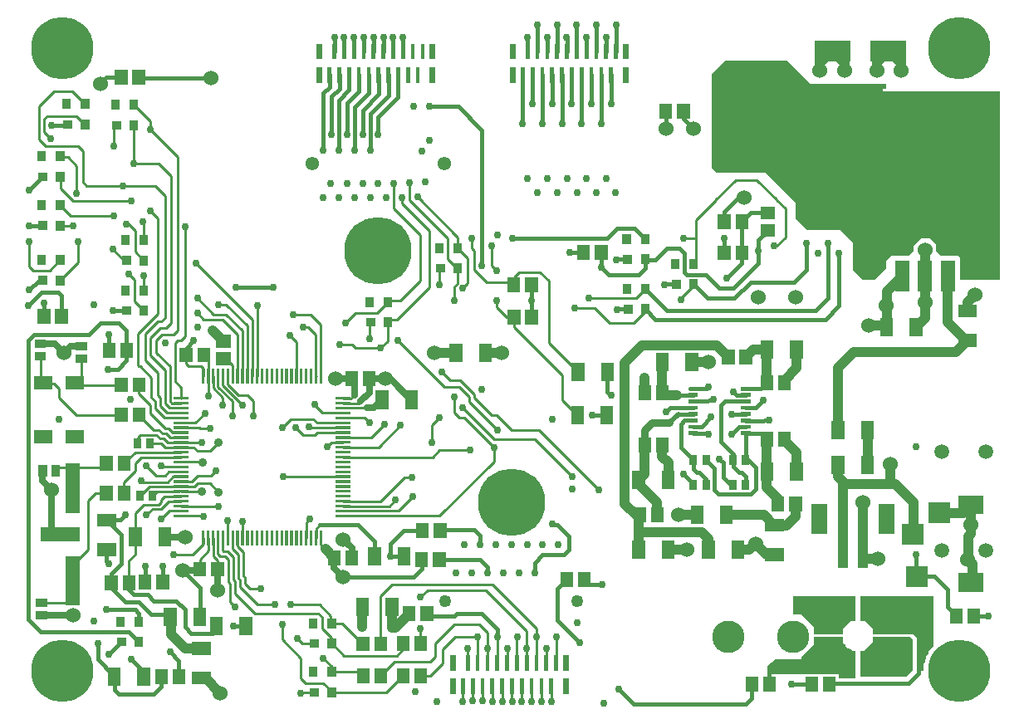
<source format=gbr>
G04 start of page 2 for group 0 idx 1 *
G04 Title: (unknown), 1top *
G04 Creator: pcb 20110918 *
G04 CreationDate: Fri Feb 21 23:26:37 2014 UTC *
G04 For: fosse *
G04 Format: Gerber/RS-274X *
G04 PCB-Dimensions: 550000 350000 *
G04 PCB-Coordinate-Origin: lower left *
%MOIN*%
%FSLAX25Y25*%
%LNTOP*%
%ADD55C,0.0433*%
%ADD54C,0.0945*%
%ADD53C,0.1090*%
%ADD52C,0.1150*%
%ADD51C,0.0354*%
%ADD50C,0.1160*%
%ADD49C,0.0350*%
%ADD48C,0.0360*%
%ADD47C,0.0600*%
%ADD46R,0.1400X0.1400*%
%ADD45R,0.0560X0.0560*%
%ADD44R,0.0807X0.0807*%
%ADD43R,0.4400X0.4400*%
%ADD42R,0.1220X0.1220*%
%ADD41R,0.0748X0.0748*%
%ADD40R,0.0827X0.0827*%
%ADD39R,0.0394X0.0394*%
%ADD38R,0.0433X0.0433*%
%ADD37R,0.0433X0.0433*%
%ADD36R,0.0236X0.0236*%
%ADD35R,0.0157X0.0157*%
%ADD34R,0.0158X0.0158*%
%ADD33C,0.0160*%
%ADD32R,0.0160X0.0160*%
%ADD31R,0.0630X0.0630*%
%ADD30R,0.0295X0.0295*%
%ADD29R,0.0590X0.0590*%
%ADD28R,0.0591X0.0591*%
%ADD27R,0.0110X0.0110*%
%ADD26R,0.0345X0.0345*%
%ADD25R,0.0512X0.0512*%
%ADD24R,0.0340X0.0340*%
%ADD23C,0.0591*%
%ADD22C,0.2500*%
%ADD21C,0.0494*%
%ADD20C,0.1300*%
%ADD19C,0.0544*%
%ADD18C,0.2700*%
%ADD17C,0.0200*%
%ADD16C,0.0300*%
%ADD15C,0.0250*%
%ADD14C,0.0400*%
%ADD13C,0.0100*%
%ADD12C,0.0150*%
%ADD11C,0.0001*%
G54D11*G36*
X390000Y274000D02*X390500D01*
Y271991D01*
X387843Y271991D01*
X387690Y271954D01*
X387545Y271894D01*
X387410Y271812D01*
X387291Y271709D01*
X387188Y271590D01*
X387106Y271455D01*
X387046Y271310D01*
X387009Y271157D01*
X387000Y271000D01*
X387009Y226843D01*
X387046Y226690D01*
X387106Y226545D01*
X387188Y226410D01*
X387291Y226291D01*
X387410Y226188D01*
X387545Y226106D01*
X387690Y226046D01*
X387843Y226009D01*
X388000Y226000D01*
X390500Y226000D01*
Y219507D01*
X390474Y219529D01*
X390138Y219734D01*
X389775Y219885D01*
X389392Y219977D01*
X389000Y220008D01*
X388608Y219977D01*
X388225Y219885D01*
X387862Y219734D01*
X387526Y219529D01*
X387227Y219273D01*
X386971Y218974D01*
X386766Y218638D01*
X386615Y218275D01*
X386523Y217892D01*
X386492Y217500D01*
X386523Y217108D01*
X386615Y216725D01*
X386766Y216362D01*
X386971Y216026D01*
X387227Y215727D01*
X387526Y215471D01*
X387862Y215266D01*
X388225Y215115D01*
X388608Y215023D01*
X389000Y214992D01*
X389392Y215023D01*
X389775Y215115D01*
X390138Y215266D01*
X390474Y215471D01*
X390500Y215493D01*
Y200000D01*
X386000Y195500D01*
X381000D01*
X377000Y199500D01*
Y210500D01*
X372000Y215500D01*
X358500D01*
X354000Y220000D01*
Y226500D01*
X342000Y238500D01*
X322500D01*
X320500Y240500D01*
Y278000D01*
X326000Y283500D01*
X350500D01*
X360000Y274000D01*
X390000D01*
G37*
G36*
X385000D02*X389000D01*
Y230500D01*
X385000D01*
Y274000D01*
G37*
G36*
Y52000D02*X400000D01*
X401000Y51000D01*
Y38500D01*
X398500Y36000D01*
X380000D01*
Y46500D01*
X381500D01*
X385000Y50000D01*
Y52000D01*
G37*
G36*
X373000Y53000D02*X361500D01*
Y56000D01*
X356500Y61000D01*
X353000D01*
Y68500D01*
X378000D01*
Y58500D01*
X376000D01*
X373000Y55500D01*
Y53000D01*
G37*
G36*
X385000D02*Y55500D01*
X382000Y58500D01*
X380000D01*
Y68500D01*
X409500D01*
Y48500D01*
X407500Y46500D01*
Y45500D01*
X406500Y44500D01*
Y43500D01*
X406000Y43000D01*
Y42000D01*
X405500Y41500D01*
Y38500D01*
X403500D01*
Y51000D01*
X401500Y53000D01*
X385000D01*
G37*
G36*
X390500Y41000D02*Y47000D01*
X396500D01*
Y41000D01*
X390500D01*
G37*
G36*
Y47000D01*
X396500D01*
Y41000D01*
X390500D01*
G37*
G36*
X378000Y46500D02*Y35500D01*
X371500D01*
Y37000D01*
X343500D01*
Y40000D01*
X346000Y42500D01*
X356500D01*
Y44000D01*
X361500Y49000D01*
Y52000D01*
X373000D01*
Y49500D01*
X373500D01*
Y49000D01*
X374000D01*
Y48500D01*
X375000Y47500D01*
X375500D01*
X376000Y47000D01*
X376500D01*
X377000Y46500D01*
X378000D01*
G37*
G36*
X385000Y234500D02*X426000D01*
Y212000D01*
X385000D01*
Y234500D01*
G37*
G36*
X393902Y226001D02*X393914Y215065D01*
X393969Y214835D01*
X394059Y214617D01*
X394183Y214416D01*
X394336Y214236D01*
X394516Y214083D01*
X394717Y213959D01*
X394935Y213869D01*
X395165Y213814D01*
X395400Y213800D01*
X416835Y213814D01*
X417065Y213869D01*
X417283Y213959D01*
X417484Y214083D01*
X417664Y214236D01*
X417817Y214416D01*
X417941Y214617D01*
X418031Y214835D01*
X418086Y215065D01*
X418100Y215300D01*
X418088Y226006D01*
X421001Y226006D01*
X421003Y219952D01*
X420725Y219885D01*
X420362Y219734D01*
X420026Y219529D01*
X419727Y219273D01*
X419471Y218974D01*
X419266Y218638D01*
X419115Y218275D01*
X419023Y217892D01*
X418992Y217500D01*
X419023Y217108D01*
X419115Y216725D01*
X419266Y216362D01*
X419471Y216026D01*
X419727Y215727D01*
X420026Y215471D01*
X420362Y215266D01*
X420725Y215115D01*
X421004Y215048D01*
X421009Y196991D01*
X420500Y197500D01*
Y204000D01*
X419500Y205000D01*
X412500D01*
X410500Y207000D01*
Y209500D01*
X407000Y213000D01*
X405500D01*
X401500Y209000D01*
Y207000D01*
X399500Y205000D01*
X392500D01*
X389500Y202000D01*
Y215049D01*
X389775Y215115D01*
X390138Y215266D01*
X390474Y215471D01*
X390773Y215727D01*
X391029Y216026D01*
X391234Y216362D01*
X391385Y216725D01*
X391477Y217108D01*
X391500Y217500D01*
X391477Y217892D01*
X391385Y218275D01*
X391234Y218638D01*
X391029Y218974D01*
X390773Y219273D01*
X390474Y219529D01*
X390138Y219734D01*
X389775Y219885D01*
X389500Y219951D01*
Y226000D01*
X393902Y226001D01*
G37*
G36*
X420000Y213000D02*X423000D01*
Y195500D01*
X420000D01*
Y213000D01*
G37*
G54D12*X106543Y36000D02*Y42457D01*
X92405Y38095D02*X87500Y43000D01*
X92405Y36000D02*Y38095D01*
X74000Y43000D02*X80500Y36500D01*
X74000Y49500D02*Y43000D01*
X99500Y35957D02*X99457Y36000D01*
X99500Y32000D02*Y35957D01*
X96500Y29000D02*X99500Y32000D01*
X82500Y29000D02*X96500D01*
X80750Y30750D02*X82500Y29000D01*
X80750Y36250D02*Y30750D01*
X80500Y36500D02*X81000D01*
G54D13*X155500Y35500D02*Y43500D01*
X157500Y33500D02*X155500Y35500D01*
G54D14*X103298Y59798D02*Y53202D01*
G54D12*X120000Y53500D02*X121595Y56500D01*
X109000Y56000D02*X111500Y53500D01*
X109000Y63000D02*Y56000D01*
X102095Y61000D02*X103095Y60000D01*
X105500Y66500D02*X109000Y63000D01*
X96500Y66500D02*X105500D01*
X94000Y69000D02*X96500Y66500D01*
X95500Y61000D02*X102095D01*
X90500Y66000D02*X95500Y61000D01*
X114905Y71835D02*X108000Y78740D01*
X114905Y60000D02*Y71835D01*
G54D15*X114910Y78740D02*X107910D01*
X121910D02*Y70740D01*
G54D13*Y79326D02*X121996Y79240D01*
G54D12*X90500Y58368D02*X90360Y58228D01*
X86388Y54000D02*X90360Y50028D01*
X90500Y61500D02*Y58368D01*
X93000Y74086D02*X92914Y74000D01*
X93000Y80500D02*Y74086D01*
X92914Y80414D02*X93000Y80500D01*
X100000Y74000D02*Y80500D01*
X89000Y63000D02*X90500Y61500D01*
X83500Y50000D02*X78500Y45000D01*
X51000Y54000D02*X86388D01*
X46000Y59000D02*X51000Y54000D01*
G54D15*X63851Y60681D02*X63910Y60740D01*
X51410Y60681D02*X63851D01*
G54D13*X51469Y65740D02*X63410D01*
X51410Y65799D02*X51469Y65740D01*
X133000Y73500D02*X135000Y71500D01*
X133000Y76000D02*Y73500D01*
X132500Y76500D02*X133000Y76000D01*
X132500Y86000D02*Y76500D01*
X130067Y88433D02*X132500Y86000D01*
G54D12*X128500Y56500D02*X133405D01*
G54D13*X127000Y66000D02*X129000Y64000D01*
X127000Y73500D02*Y66000D01*
X135000Y71500D02*X139500D01*
X138000Y65000D02*X145000D01*
X131000Y72000D02*X138000Y65000D01*
X121910Y82740D02*Y79326D01*
X120225Y84425D02*X121910Y82740D01*
X114910Y83240D02*Y79240D01*
X118256Y86586D02*X114910Y83240D01*
G54D14*X115405Y47500D02*X115500Y47405D01*
X116905Y35595D02*X123000Y29500D01*
X115500Y35595D02*X116905D01*
X109000Y47500D02*X115405D01*
X103298Y53202D02*X109000Y47500D01*
G54D12*X111500Y53500D02*X120000D01*
X106543Y42457D02*X103000Y46000D01*
G54D13*X148000Y51000D02*X155500Y43500D01*
X148000Y57000D02*Y51000D01*
X155800Y29800D02*X155500Y29500D01*
X160950Y29800D02*X155800D01*
X156200Y49300D02*X154000Y51500D01*
X160500Y49300D02*X156200D01*
X151500Y65000D02*X163000D01*
X164500Y33500D02*X157500D01*
X157626Y98126D02*X159000Y99500D01*
X161563Y95563D02*X163000Y97000D01*
X161563Y91681D02*Y95563D01*
X157626Y91681D02*Y98126D01*
X148634Y116366D02*X148500Y116500D01*
X172469Y116366D02*X148634D01*
G54D15*X168867Y83740D02*Y79783D01*
G54D13*X163532Y89075D02*X168867Y83740D01*
X163532Y91681D02*Y89075D01*
X131000Y75000D02*Y72000D01*
X137000Y61500D02*X129000Y69500D01*
X162500Y61500D02*X137000D01*
X129000Y74500D02*Y69500D01*
X104036Y116366D02*X101910Y114240D01*
X107351Y116366D02*X104036D01*
X107099Y112429D02*X94599D01*
X90910Y108858D02*X90851Y108799D01*
X93410Y111240D02*X90910Y108858D01*
X94599Y112429D02*X93410Y111240D01*
X97690Y110520D02*X95969Y108799D01*
X106689Y110461D02*X97690Y110520D01*
X107351Y110461D02*X115689D01*
X107351Y114398D02*X111568D01*
X107351Y112429D02*X112599D01*
X118910Y113740D02*X122410Y110240D01*
X113910Y113740D02*X118910D01*
X112599Y112429D02*X113910Y113740D01*
G54D12*X196800Y94800D02*X191500Y89500D01*
X211543Y95000D02*X211343Y94800D01*
G54D13*X194586Y102586D02*X200500Y108500D01*
X172469Y124240D02*X208260D01*
X197000Y116000D02*X200000D01*
X187523Y106523D02*X197000Y116000D01*
X172469Y100618D02*X211118D01*
X172469Y102586D02*X194586D01*
X191055Y104555D02*X193500Y107000D01*
X172469Y104555D02*X191055D01*
X172469Y106523D02*X187523D01*
G54D15*X175953Y83740D02*Y87697D01*
G54D12*X227500Y83000D02*X230500Y80000D01*
G54D13*X239910Y107240D02*Y105240D01*
X240910Y106240D02*X238910D01*
G54D12*X211043Y83000D02*X227500D01*
X225000Y95000D02*X211543D01*
X227310Y92690D02*X225000Y95000D01*
X227310Y89140D02*Y92690D01*
G54D13*X211118Y100618D02*X233000Y122500D01*
X249500Y131500D02*X264500Y116500D01*
X275000Y111000D02*X251000Y135000D01*
X240000D02*X234000Y141000D01*
X251000Y135000D02*X240000D01*
X249500Y131500D02*X233000D01*
X260500Y147000D02*X266500Y141000D01*
X211000Y127000D02*X223500D01*
X233000Y122500D02*Y128000D01*
X221000Y140000D02*X233000Y128000D01*
X219000Y140000D02*X221000D01*
X217000Y142000D02*X219000Y140000D01*
X217000Y148500D02*Y142000D01*
X225000Y149500D02*X219500Y155000D01*
X223000Y148500D02*X219000Y152500D01*
X223000Y146500D02*Y148500D01*
X225000Y148000D02*Y149500D01*
X232000Y141000D02*X225000Y148000D01*
X234000Y141000D02*X232000D01*
X215500Y155000D02*X212000Y158500D01*
X219500Y155000D02*X215500D01*
X219000Y152500D02*X213000D01*
G54D14*X217690Y166000D02*X209000D01*
G54D13*X234500Y135000D02*X223000Y146500D01*
X233000Y131500D02*X220500Y144000D01*
X260500Y157000D02*Y147000D01*
X241000Y176500D02*X260500Y157000D01*
X255000Y170190D02*X266690Y158500D01*
X265500Y184000D02*X273500D01*
G54D12*X204000Y82957D02*X203957Y83000D01*
X204000Y79500D02*Y82957D01*
X200740Y76240D02*X204000Y79500D01*
X196905Y84500D02*X191500D01*
G54D14*X193362Y55905D02*X198957Y61500D01*
X192095Y55905D02*X193362D01*
X192095Y56000D02*Y63905D01*
G54D12*X172410Y76240D02*X200740D01*
X191500Y89500D02*Y84500D01*
G54D14*X168867Y83740D02*X165304Y87304D01*
G54D12*X185000Y84595D02*X185095Y84500D01*
G54D15*X168867Y79783D02*X172410Y76240D01*
G54D13*X167900Y57500D02*X172107D01*
X187500Y68500D02*Y49287D01*
X192000Y73000D02*X187500Y68500D01*
G54D12*X185000Y90500D02*Y84595D01*
X178500Y97000D02*X185000Y90500D01*
X163000Y97000D02*X178500D01*
G54D15*X175953Y87697D02*X172410Y91240D01*
G54D14*X180095Y56000D02*Y63905D01*
G54D13*X172107Y57500D02*X180367Y49240D01*
X164000Y60000D02*X162500Y61500D01*
X167500Y58000D02*X168000Y57500D01*
X167500Y60500D02*Y58000D01*
X163000Y65000D02*X167500Y60500D01*
X164000Y55500D02*Y60000D01*
X167850Y51650D02*X164000Y55500D01*
X167850Y49350D02*Y51650D01*
X167900Y40100D02*X164500Y43500D01*
X168000Y30000D02*X164500Y33500D01*
X168000Y29800D02*Y30000D01*
X172700Y44500D02*X167900Y49300D01*
G54D12*X204257Y94800D02*X196800D01*
G54D13*X213000Y152500D02*X194500Y171000D01*
X208240Y124240D02*X211000Y127000D01*
X208000Y137000D02*X211000Y140000D01*
X208000Y130000D02*Y137000D01*
X183614Y132114D02*X189000Y137500D01*
X186677Y128177D02*X195500Y137000D01*
G54D15*X184690Y143925D02*X188005Y147240D01*
X191315Y155740D02*X199815Y147240D01*
G54D13*X176000Y169500D02*X171000D01*
X177500Y168000D02*X176000Y169500D01*
X187500Y168000D02*X177500D01*
X190300Y170800D02*X187500Y168000D01*
X190300Y178200D02*Y170800D01*
X183000Y171800D02*Y177850D01*
X177500Y182000D02*X185900D01*
X173500Y178000D02*X177500Y182000D01*
X230000Y194500D02*X239957D01*
G54D14*X229500Y166000D02*X235500D01*
G54D13*X225000Y199500D02*X230000Y194500D01*
X217000Y187000D02*Y192500D01*
X220500Y192000D02*X222500Y194000D01*
X217000Y192500D02*X218500Y194000D01*
X225000Y207000D02*Y199500D01*
X224000Y208000D02*X225000Y207000D01*
X222500Y204000D02*X218500Y208000D01*
Y208300D02*X218400Y208200D01*
X218500Y212500D02*Y208300D01*
X222500Y194000D02*Y204000D01*
X214500Y203900D02*X218500Y199900D01*
Y194000D02*Y199900D01*
X211000Y199550D02*X211450Y200000D01*
X211000Y193500D02*Y199550D01*
X214500Y212000D02*Y203900D01*
X186500Y208000D02*Y206000D01*
X187500Y207000D02*X185500D01*
X191600Y179500D02*X194000D01*
X191600D02*X190400Y178300D01*
X190900Y187000D02*X190400Y186500D01*
X185900Y182000D02*X189950Y186050D01*
X194000Y179500D02*X207000Y192500D01*
X195500Y187000D02*X190900D01*
X203500Y195000D02*X195500Y187000D01*
X203500Y213500D02*Y195000D01*
X192799Y224201D02*X203500Y213500D01*
X192799Y225000D02*Y224201D01*
X195950Y226050D02*X207000Y215000D01*
X195950Y228550D02*Y226050D01*
X192799Y234201D02*Y224799D01*
X199099Y227401D02*X214500Y212000D01*
X202248Y228752D02*X218500Y212500D01*
X199099Y234401D02*Y227401D01*
X172469Y132114D02*X183614D01*
X172469Y128177D02*X186677D01*
X172481Y140000D02*X172469Y139988D01*
X181000Y140000D02*X172481D01*
X183000Y138000D02*X181000Y140000D01*
G54D15*X181910Y143925D02*X184690D01*
G54D13*X172469D02*X182095D01*
G54D15*X182910Y155740D02*X191315D01*
X182910Y155697D02*X182953Y155740D01*
X182910Y150240D02*Y155697D01*
X176910Y154697D02*X176138Y155468D01*
X176910Y149240D02*Y154697D01*
X175867Y155740D02*X169410D01*
G54D13*X176910Y154697D02*X175867Y155740D01*
X178563Y145893D02*X179410Y146740D01*
X172469Y145893D02*X178563D01*
G54D15*X179410Y146740D02*X182910Y150240D01*
G54D13*X175532Y147862D02*X176910Y149240D01*
X172469Y147862D02*X175532D01*
X203500Y49543D02*X204000Y49043D01*
X203500Y55500D02*Y49543D01*
X206250Y70750D02*X203500Y68000D01*
X209000Y70750D02*X206250D01*
G54D12*X207043Y60500D02*X206043Y61500D01*
G54D13*X203500Y49543D02*X203543Y49500D01*
G54D12*X217000Y60500D02*X207043D01*
X218000Y61500D02*X217000Y60500D01*
G54D13*Y57000D02*X209500Y49500D01*
X217440Y51940D02*X212500Y47000D01*
X167900Y38000D02*Y40100D01*
Y29800D02*X189757D01*
X178957Y38000D02*X180457Y36500D01*
X167900Y38000D02*X178957D01*
X189757Y29800D02*X196457Y36500D01*
X194000Y44500D02*X172700D01*
X193043Y42000D02*X187543Y36500D01*
X196457Y46957D02*X194000Y44500D01*
X196457Y49500D02*Y46957D01*
X207500Y42000D02*X193043D01*
X209500Y44000D02*X207500Y42000D01*
X209500Y49500D02*Y44000D01*
X187500Y49287D02*X187453Y49240D01*
X207500Y36500D02*X203543D01*
X212500Y41500D02*X207500Y36500D01*
X212500Y47000D02*Y41500D01*
G54D12*X230500Y77830D02*X230410Y77740D01*
X230500Y80000D02*Y77830D01*
G54D13*X229750Y70750D02*X208750D01*
X232500Y73000D02*X192000D01*
X246102Y54398D02*X229750Y70750D01*
X250110Y55390D02*X232500Y73000D01*
G54D12*X228000Y61500D02*X218000D01*
X234291Y55209D02*X228000Y61500D01*
G54D13*X227000Y57000D02*X217000D01*
X226410Y51940D02*X217440D01*
X230354Y47384D02*X230410Y47440D01*
X230354Y53646D02*X227000Y57000D01*
X230354Y47354D02*Y53646D01*
X226417Y41694D02*Y51933D01*
X230354Y41694D02*Y47384D01*
X226417Y51933D02*X226410Y51940D01*
X222480Y47370D02*X222410Y47440D01*
X222480Y41694D02*Y47370D01*
G54D12*X234291Y52000D02*Y55209D01*
G54D13*X246102Y47398D02*Y54398D01*
Y47432D02*X246110Y47440D01*
X242165Y51895D02*X242210Y51940D01*
X238228Y47422D02*X238210Y47440D01*
X234291Y51821D02*X234410Y51940D01*
X257913Y51843D02*X258010Y51940D01*
X250039Y51869D02*X250110Y51940D01*
X257913Y41695D02*Y51843D01*
X253976Y47406D02*X254010Y47440D01*
X253976Y41695D02*Y47406D01*
X250039Y41695D02*Y51869D01*
X246102Y41695D02*Y47432D01*
X242165Y41695D02*Y51895D01*
X238228Y41694D02*Y47422D01*
X234291Y41694D02*Y51821D01*
X244134Y26264D02*X244110Y26240D01*
X244134Y32246D02*Y26264D01*
X240197Y26253D02*X240210Y26240D01*
X240197Y32246D02*Y26253D01*
X236260Y26290D02*X236210Y26240D01*
X236260Y32246D02*Y26290D01*
X232323Y26327D02*X232410Y26240D01*
X232323Y32246D02*Y26327D01*
X228386Y26264D02*X228410Y26240D01*
X228386Y32246D02*Y26264D01*
X224449Y26279D02*X224410Y26240D01*
X220512Y26342D02*X220410Y26240D01*
X224449Y32246D02*Y26279D01*
X220512Y32246D02*Y26342D01*
G54D12*X271343Y73000D02*X269243Y75100D01*
X261843Y74843D02*X258500Y71500D01*
X262157Y74843D02*X261843D01*
X262157Y75100D02*Y74657D01*
X258500Y97000D02*X256500D01*
X263000Y92500D02*X258500Y97000D01*
X263000Y87000D02*Y92500D01*
X261000Y85000D02*X263000Y87000D01*
X252500Y85000D02*X261000D01*
X249310Y81810D02*X252500Y85000D01*
X249310Y77740D02*Y81810D01*
X258500Y58600D02*X267300Y49800D01*
X258500Y71500D02*Y58600D01*
G54D13*X250110Y51940D02*Y55390D01*
X255945Y26305D02*X256010Y26240D01*
X255945Y32246D02*Y26305D01*
X252008Y26242D02*X252010Y26240D01*
X252008Y32246D02*Y26242D01*
X248071Y26301D02*X248010Y26240D01*
X248071Y32246D02*Y26301D01*
G54D12*X256500Y97000D02*X256250Y97250D01*
G54D14*X291095Y100638D02*X291457Y101000D01*
X291095Y87000D02*Y100638D01*
X303000Y115095D02*X302905Y115000D01*
G54D12*X313000Y113500D02*X309000Y117500D01*
X313000Y113000D02*Y113500D01*
X276500Y73000D02*X271343D01*
X336500Y32957D02*X336457Y33000D01*
X336500Y27500D02*Y32957D01*
X334000Y25000D02*X336500Y27500D01*
X289000Y25000D02*X334000D01*
X283000Y31000D02*X289000Y25000D01*
G54D14*X316500Y94000D02*X319000Y91500D01*
X291095Y94000D02*X316500D01*
X302905Y87000D02*X310500D01*
G54D12*X278500Y150500D02*X280000Y149000D01*
G54D14*X285500Y105500D02*Y162000D01*
G54D12*X278310Y141000D02*X272500D01*
G54D13*X289900Y188000D02*X271000D01*
X279500Y178000D02*X289000D01*
X273500Y184000D02*X279500Y178000D01*
G54D12*X279000Y197500D02*X276000Y200500D01*
X282590Y183590D02*X282500Y183500D01*
X286290Y183590D02*X282590D01*
G54D14*X290362Y100638D02*X285500Y105500D01*
X291095Y100638D02*X290362D01*
X298500Y101043D02*X298543Y101000D01*
X298500Y106000D02*Y101043D01*
X291048Y113452D02*X298500Y106000D01*
X291048Y114952D02*Y113452D01*
X293457Y117362D02*X291095Y115000D01*
X300543Y124457D02*X303000Y122000D01*
Y115095D01*
G54D12*X293500Y131000D02*X294479Y130022D01*
G54D16*X293500Y135000D02*Y131000D01*
X296500Y138000D02*X293500Y135000D01*
G54D14*Y129043D02*X293457Y129000D01*
Y117362D01*
G54D12*X308000Y128000D02*X313000Y123000D01*
X303600Y144100D02*X302000Y142500D01*
G54D16*X303500Y138000D02*X296500D01*
G54D17*X307000Y141500D02*X303500Y138000D01*
G54D12*X308000Y137500D02*Y128000D01*
X309500Y139000D02*X308000Y137500D01*
X312900Y139000D02*X309500D01*
G54D14*X300543Y129000D02*Y124457D01*
G54D12*X302000Y262957D02*X301957Y263000D01*
X302000Y256000D02*Y262957D01*
X301590Y193590D02*X301500Y193500D01*
X313000Y119500D02*Y123000D01*
G54D13*X308000Y188000D02*X313365Y193365D01*
G54D12*X318730Y188000D02*X313140Y193590D01*
X310500Y197500D02*X318000D01*
G54D13*X308000Y187500D02*Y188000D01*
X289000Y178000D02*X294140Y183140D01*
X289900Y188000D02*X293690Y191790D01*
G54D12*X297780Y179500D02*X293690Y183590D01*
X302480Y183000D02*X293690Y191790D01*
X306190Y193590D02*X301590D01*
X289430Y216000D02*X293640Y211790D01*
X282500Y216000D02*X289430D01*
X309043Y259957D02*X313000Y256000D01*
X309043Y263000D02*Y259957D01*
G54D13*X309000Y212000D02*X314000D01*
Y202650D02*X313140Y201790D01*
X314000Y219500D02*Y202650D01*
G54D12*X309500Y198500D02*X310500Y197500D01*
X278500Y212000D02*X282500Y216000D01*
X282090Y203590D02*X282000Y203500D01*
X286690Y203590D02*X282090D01*
X291000Y197500D02*X279000D01*
X309500Y206000D02*Y198500D01*
X307500Y208000D02*X309500Y206000D01*
X302500Y208000D02*X307500D01*
X297860Y203360D02*X302500Y208000D01*
X293640Y203360D02*X297860D01*
X293640Y200140D02*X291000Y197500D01*
X293640Y203590D02*Y200140D01*
X278500Y158500D02*Y150500D01*
G54D14*X292500Y169000D02*X322500D01*
X285500Y162000D02*X292500Y169000D01*
X312405Y162500D02*X319000D01*
X300500Y162405D02*X300595Y162500D01*
X293457Y155957D02*X293500Y156000D01*
X293457Y150000D02*Y155957D01*
X300500Y149200D02*Y162405D01*
X306500Y149200D02*X300800D01*
G54D12*X301343D02*X300543Y150000D01*
X312900Y149200D02*X301343D01*
X312900Y144100D02*X303600D01*
X312900Y141500D02*X307000D01*
G54D14*X322500Y169000D02*X327000Y164500D01*
X336991Y167405D02*X334086Y164500D01*
X342500Y167405D02*X336991D01*
X342500D02*X342595Y167500D01*
X349586Y155086D02*X354500Y160000D01*
Y167405D02*X354405Y167500D01*
X354500Y160000D02*Y167405D01*
X342500Y154000D02*Y167405D01*
X349586Y154000D02*Y155086D01*
G54D12*X340200Y151700D02*X342500Y154000D01*
X334100Y151700D02*X340200D01*
X329500Y188000D02*X318730D01*
X366000Y179500D02*X297780D01*
X371500Y185000D02*X366000Y179500D01*
X362000Y183000D02*X302480D01*
X367000Y188000D02*X362000Y183000D01*
X331400Y136400D02*X328500Y133500D01*
X334100Y136400D02*X331400D01*
X324000Y145000D02*Y130500D01*
X318600Y133900D02*X319000Y133500D01*
X329000Y120500D02*Y125500D01*
X324000Y130500D02*X329000Y125500D01*
Y122882D02*X328882Y123000D01*
X325000Y122000D02*X323500Y123500D01*
X329000Y123118D02*X328882Y123000D01*
X334100Y123100D02*X334000Y123000D01*
X334100Y133800D02*Y123100D01*
X325000Y116000D02*Y122000D01*
X331500Y118000D02*X332500D01*
X329000Y120500D02*X331500Y118000D01*
X321500Y119618D02*X318118Y123000D01*
X314500Y118000D02*X313000Y119500D01*
X315500Y118000D02*X314500D01*
X318118Y115382D02*X315500Y118000D01*
X321500Y111000D02*Y119618D01*
X338000Y120000D02*Y111500D01*
X335000Y123000D02*X338000Y120000D01*
X334100Y123000D02*X335000D01*
X332500Y118000D02*X334000Y116500D01*
X318300Y146700D02*X321000Y147500D01*
X318300Y151800D02*X319000Y152500D01*
X312900Y146700D02*X318300D01*
X312900Y151800D02*X318300D01*
X312900Y133900D02*X318600D01*
X316400Y136400D02*X320000Y140500D01*
X312900Y136400D02*X316400D01*
X325600Y146600D02*X324000Y145000D01*
X334100Y146600D02*X325600D01*
X330300Y149200D02*X329000Y150500D01*
X334100Y149200D02*X330300D01*
X334100Y133800D02*X340157D01*
X334100Y141500D02*X328500D01*
X334100Y144100D02*X338100D01*
X334100Y138900D02*X339400D01*
X338100Y144100D02*X341000Y147000D01*
X339400Y138900D02*X343500Y139000D01*
X336000Y194500D02*X329500Y188000D01*
X332453Y201953D02*X326500Y196000D01*
X339000Y202000D02*X329000Y192000D01*
X329500Y192500D01*
X323500Y192000D02*X329000D01*
X318000Y197500D02*X323500Y192000D01*
X353500Y194500D02*X336000D01*
X358500Y199500D02*X353500Y194500D01*
X339000Y207000D02*Y202000D01*
G54D13*X345500Y209000D02*X346500D01*
G54D12*X358500Y210000D02*Y199500D01*
X371500Y206000D02*Y185000D01*
X367000Y210000D02*Y188000D01*
X332453Y218740D02*Y201953D01*
X325367Y218740D02*Y222867D01*
X325500Y206373D02*X325367Y206240D01*
X325500Y212000D02*Y206373D01*
G54D13*X338500Y235500D02*X346250Y227750D01*
X330000Y235500D02*X338500D01*
X350000Y224000D02*X346500Y227500D01*
G54D12*X335996Y222283D02*X332453Y218740D01*
X342910Y222283D02*X335996D01*
X339000Y211287D02*X342910Y215197D01*
X339000Y206500D02*Y211287D01*
G54D13*X342910Y215197D02*X340697D01*
X321750Y227250D02*X330000Y235500D01*
G54D12*X331000Y228500D02*X333500D01*
X325367Y222867D02*X331000Y228500D01*
G54D13*X322000Y227500D02*X314000Y219500D01*
X350000Y212500D02*Y224000D01*
X346500Y209000D02*X350000Y212500D01*
G54D14*X363750Y279250D02*Y282250D01*
X368750Y287250D01*
X373750Y279250D02*Y282250D01*
X368750Y287250D01*
X396250Y282250D02*X391250Y287250D01*
X396250Y279250D02*Y282250D01*
X386750Y282750D02*X391250Y287250D01*
X386750Y279250D02*Y282750D01*
G54D15*X388352Y49148D02*X393500Y44000D01*
G54D12*X387958Y49148D02*X388352D01*
X399500Y33500D02*X368043D01*
X367543Y33000D01*
X403500Y37500D02*X399500Y33500D01*
X403500Y52000D02*Y37500D01*
X400447Y55053D02*X403500Y52000D01*
X387958Y55053D02*X400447D01*
X370242D02*X369947D01*
G54D15*X365000Y60000D01*
G54D14*X342405Y85095D02*X338000Y89500D01*
X345500Y85095D02*X342405D01*
X335500Y87000D02*X338000Y89500D01*
X330905Y87000D02*X335500D01*
X319000Y87095D02*X319095Y87000D01*
X319000Y91500D02*Y87095D01*
X345500Y96905D02*X350405D01*
X341405Y101000D02*X345500Y96905D01*
X326310Y101000D02*X341405D01*
X307000D02*X314500D01*
X387000Y83500D02*X381000D01*
G54D12*X402500Y85000D02*Y76579D01*
X402768Y76311D01*
G54D14*X381000Y106000D02*Y90572D01*
X373128Y113500D02*X394000D01*
X401500Y106000D01*
Y93547D01*
X401193Y93240D01*
X381000Y90572D02*X381002Y90570D01*
X373128D02*Y114372D01*
X373000Y114500D01*
X371095Y116500D02*X371128D01*
X373128Y114500D01*
X354000Y105457D02*X354043Y105500D01*
X342500Y112000D02*Y116500D01*
X346957Y107543D02*X342500Y112000D01*
X346957Y105500D02*Y107543D01*
X354000Y100500D02*Y105457D01*
X350405Y96905D02*X354000Y100500D01*
G54D12*X328000Y113000D02*X325000Y116000D01*
X323000Y109500D02*X321500Y111000D01*
X318118Y113000D02*Y115382D01*
X328882Y113000D02*X328000D01*
X336000Y109500D02*X323000D01*
X338000Y111500D02*X336000Y109500D01*
X334000Y116500D02*Y113000D01*
X352500Y33000D02*X360457D01*
X343500Y33043D02*X343543Y33000D01*
X343500Y40000D02*Y33043D01*
X346000Y42500D02*X343500Y40000D01*
X358500Y42500D02*X346000D01*
X365148Y49148D02*X358500Y42500D01*
X369454Y49148D02*X365148D01*
G54D14*X349543Y130957D02*X354500Y126000D01*
X349543Y131500D02*Y130957D01*
X354500Y118595D02*X354405Y118500D01*
X371095Y121000D02*Y116405D01*
X382905Y121000D02*Y135000D01*
X371095D02*Y160095D01*
X392000Y121500D02*Y113500D01*
X354500Y126000D02*Y118595D01*
X342457Y118638D02*X342595Y118500D01*
X342457Y131893D02*Y118638D01*
G54D12*X340157Y133800D02*X342457Y131500D01*
G54D14*X371095Y160095D02*X377500Y166500D01*
X418405D01*
X423000Y171095D01*
X415100Y197000D02*Y178400D01*
X422702Y170798D01*
X423000Y182905D02*Y186500D01*
X426000Y189500D01*
X406000Y197000D02*Y180095D01*
X402405Y176500D01*
X406000Y196500D02*Y207500D01*
X390595Y176500D02*Y190595D01*
Y177000D02*X383500D01*
X390595Y190595D02*X397000Y197000D01*
X411823Y101902D02*X421272D01*
X424421Y105051D01*
Y93421D01*
X423500Y92500D01*
Y83000D01*
X425000Y81500D01*
Y74528D01*
X424421Y73949D01*
G54D12*X425543Y60500D02*X431457D01*
X402768Y76311D02*X409689D01*
X415000Y71000D01*
Y63957D01*
X418457Y60500D01*
G54D13*X52500Y254650D02*X54910Y252240D01*
X52500Y260000D02*Y254650D01*
X53740Y261240D02*X52500Y260000D01*
G54D12*X61670Y257500D02*X61910Y257740D01*
X55500Y257500D02*X61670D01*
G54D13*X65360Y261240D02*X68860Y257740D01*
X105910Y244740D02*X94910Y255740D01*
X80410Y256490D02*X81460Y257540D01*
X80410Y249240D02*Y256490D01*
X88410Y242240D02*Y257540D01*
X50410Y251740D02*Y265240D01*
X52910Y249240D02*X50410Y251740D01*
X65910Y249240D02*X52910D01*
X67910Y247240D02*X65910Y249240D01*
X59060Y244740D02*X58860Y244940D01*
X61910Y244740D02*X59060D01*
G54D12*X46740Y217240D02*X46500Y217000D01*
X51760Y217240D02*X46740D01*
G54D13*X63060Y221240D02*X58860Y225440D01*
X63910Y217240D02*X58860D01*
X91910Y218240D02*X92410Y217740D01*
X85410D02*X86410D01*
X80410Y221240D02*X63060D01*
G54D12*X90650Y276500D02*X90410Y276740D01*
G54D13*X94910Y259240D02*X88410Y265740D01*
X94910Y255740D02*Y259240D01*
G54D12*X119500Y276500D02*X90650D01*
X77410Y276740D02*X74910Y274240D01*
X83324Y276740D02*X77410D01*
G54D13*X65360Y261240D02*X53740D01*
X63560Y271240D02*X68860Y265940D01*
X56410Y271240D02*X63560D01*
X50410Y265240D02*X56410Y271240D01*
X91910Y218740D02*Y218240D01*
X97910Y220240D02*X94910Y223240D01*
X100910Y229240D02*X96910Y233240D01*
X98410Y242240D02*X103410Y237240D01*
X88410Y242240D02*X98410D01*
X69410Y233240D02*X96910D01*
X87410Y227240D02*X63910D01*
G54D12*X51740Y236740D02*X46500Y231500D01*
X51910Y236740D02*X51740D01*
G54D13*X58910Y236690D02*X58860Y236740D01*
X58910Y232240D02*Y236690D01*
X63910Y227240D02*X58910Y232240D01*
X69410Y233240D02*X67910Y234740D01*
Y247240D01*
X65410Y241240D02*X61910Y244740D01*
X65410Y230240D02*Y241240D01*
G54D12*X51500Y190500D02*X46000Y185000D01*
X48500Y173500D02*X46000Y171000D01*
X70500Y173500D02*X48500D01*
X52410Y180826D02*X52324Y180740D01*
X52410Y186240D02*Y180826D01*
X58000Y190500D02*X51500D01*
X50240Y195240D02*X46500Y191500D01*
X51910Y195240D02*X50240D01*
G54D13*X47910Y199240D02*X54660D01*
X46410Y200740D02*X47910Y199240D01*
X46410Y210740D02*Y200740D01*
G54D12*X59410Y189090D02*X58000Y190500D01*
X59410Y180740D02*Y189090D01*
G54D13*X65910Y202290D02*X58860Y195240D01*
X54660Y199240D02*X58860Y203440D01*
X65910Y210740D02*Y202290D01*
X108910Y216740D02*X108900Y172800D01*
X92410Y217740D02*Y211440D01*
X97910Y181740D02*Y220240D01*
X92410Y197240D02*Y191240D01*
X100910Y180240D02*Y229240D01*
X103410Y237240D02*Y178240D01*
X105910Y174940D02*Y244740D01*
Y174940D02*Y225340D01*
X101410Y176240D02*X98910D01*
X103410Y178240D02*X101410Y176240D01*
X104310Y173340D02*X105910Y174940D01*
X99810Y173340D02*X104310D01*
X105910Y171240D02*X104880Y170240D01*
X107410Y171240D02*X105910D01*
X108900Y172800D02*X107410Y171240D01*
X99410Y178740D02*X100910Y180240D01*
X97910Y178740D02*X99410D01*
G54D12*X75000Y178000D02*X70500Y173500D01*
X78000Y159500D02*X82000D01*
X78457Y173457D02*X78500Y173500D01*
X78457Y167000D02*Y173457D01*
X82500Y178000D02*X75000D01*
X85543Y174957D02*X82500Y178000D01*
X85543Y167000D02*Y174957D01*
X82000Y159500D02*X85500Y163000D01*
X80040Y183040D02*X80000Y183000D01*
X85460Y183040D02*X80040D01*
G54D13*X84410Y203240D02*X79910Y207740D01*
X85010Y203240D02*X84410D01*
X89910Y173740D02*X97910Y181740D01*
X89910Y161240D02*Y173740D01*
X92910D02*X97910Y178740D01*
X92910Y163240D02*Y173740D01*
X94910Y172240D02*Y165240D01*
X98910Y176240D02*X94910Y172240D01*
X97510Y171040D02*X99810Y173340D01*
X95410Y156240D02*X90910Y160740D01*
X90453Y153240D02*Y149697D01*
X88660Y186790D02*X92410Y183040D01*
X88660Y195490D02*Y186790D01*
X88910Y215240D02*Y206740D01*
X86410Y217740D02*X88910Y215240D01*
X86410Y197740D02*X88660Y195490D01*
X88910Y206740D02*X92410Y203240D01*
X116500Y179500D02*X114000Y182000D01*
X124000Y179500D02*X116500D01*
G54D12*X144500Y192500D02*X129500D01*
G54D13*X125500Y185500D02*X122500D01*
X134005Y176995D02*X125500Y185500D01*
X120500Y181500D02*X114000Y188000D01*
X113500Y202000D02*X136000Y179500D01*
X125500Y181500D02*X120500D01*
X132036Y174964D02*X125500Y181500D01*
X130068Y173432D02*X124000Y179500D01*
G54D14*X124500Y170873D02*X124410Y170783D01*
X120000Y175000D02*X124500Y170873D01*
G54D13*X119457Y175543D02*X120000Y175000D01*
X153690Y170310D02*X151000Y173000D01*
X153690Y156799D02*Y170310D01*
X161500Y156863D02*X161564Y156799D01*
X163500Y156831D02*X163532Y156799D01*
X161500Y173500D02*Y156863D01*
X163500Y177500D02*Y156831D01*
X158500Y176500D02*X161500Y173500D01*
X159500Y181500D02*X163500Y177500D01*
X156500Y176500D02*X158500D01*
X152500Y181500D02*X159500D01*
G54D12*X109367Y167867D02*X112500Y171000D01*
X109367Y165240D02*Y167867D01*
G54D13*X104910Y154740D02*X107410Y152240D01*
X107351Y147862D02*Y152181D01*
X104880Y170240D02*X104910Y154740D01*
X136000Y179500D02*Y156826D01*
X134005Y156799D02*Y176995D01*
X132036Y156799D02*Y174964D01*
X130068Y156799D02*Y173432D01*
X136000Y156826D02*X135973Y156799D01*
X138000Y156857D02*X137942Y156799D01*
X138000Y185000D02*Y156857D01*
G54D12*X88500Y69000D02*X94000D01*
X86453Y71047D02*X88500Y69000D01*
X86453Y73000D02*Y71047D01*
X85000Y66000D02*X90500D01*
X79564Y71436D02*X85000Y66000D01*
X79564Y73936D02*Y71436D01*
X79500Y74500D02*X79814Y74186D01*
G54D13*X79500Y73873D02*X79367Y73740D01*
G54D12*X77500Y82500D02*X78500Y81500D01*
X77500Y87095D02*Y82500D01*
X79500Y77500D02*Y74500D01*
X83500Y81500D02*X79500Y77500D01*
X77500Y63000D02*X89000D01*
G54D13*X86453Y73740D02*Y82783D01*
G54D12*X83500Y93000D02*Y81500D01*
G54D13*X64910Y82240D02*X63410D01*
X69910Y87240D02*X64910Y82240D01*
X88910Y92145D02*X89005Y92240D01*
X88910Y85240D02*Y92145D01*
X86453Y82783D02*X88910Y85240D01*
Y92335D02*X89005Y92240D01*
X130500Y75500D02*X131000Y75000D01*
X130500Y85000D02*Y75500D01*
X128500Y75000D02*X129000Y74500D01*
X128500Y84000D02*Y75000D01*
X128099Y87401D02*X130500Y85000D01*
X126000Y86500D02*X128500Y84000D01*
X126500Y74000D02*X127000Y73500D01*
X126500Y83000D02*Y74000D01*
X124500Y86500D02*X126000D01*
X124162Y86838D02*X124500Y86500D01*
X125000Y84500D02*X126500Y83000D01*
X123000Y84500D02*X125000D01*
X122193Y85307D02*X123000Y84500D01*
X122193Y91681D02*Y85307D01*
X132000Y91717D02*X132036Y91681D01*
X132000Y98500D02*Y91717D01*
X126130Y91681D02*Y98630D01*
X130067Y91681D02*Y88433D01*
X128099Y91681D02*Y87401D01*
X124162Y91681D02*Y86838D01*
X116382Y100618D02*X116500Y100500D01*
X107351Y100618D02*X116382D01*
X107351Y104555D02*X122500Y104500D01*
X112000Y85000D02*X104500D01*
X116288Y89288D02*X112000Y85000D01*
X116288Y91681D02*Y89288D01*
X120225Y91681D02*Y84425D01*
X118256Y91740D02*Y86586D01*
X119410Y116740D02*X121410Y118740D01*
X113910Y116740D02*X119410D01*
X111568Y114398D02*X113910Y116740D01*
X115878Y122272D02*X115910Y122240D01*
X107351Y122272D02*X115878D01*
G54D12*X82952Y98952D02*X85000Y101000D01*
X77548Y98952D02*X82952D01*
X78500Y98000D02*X83500Y93000D01*
X78500Y99905D02*Y98000D01*
G54D13*X79595Y101000D02*X77500Y98905D01*
X96000Y103500D02*X93500Y101000D01*
X99500Y103500D02*X96000D01*
X99500D02*X97000D01*
X102524Y106524D02*X99500Y103500D01*
X107351Y106524D02*X102524D01*
X100662Y108492D02*X99410Y107240D01*
X102587Y102587D02*X99500Y99500D01*
X107351Y102587D02*X102587D01*
G54D15*X100815Y92240D02*X108910D01*
G54D13*X167645Y130145D02*X166000Y128500D01*
X172469Y130145D02*X167645D01*
X172469Y134082D02*X162082D01*
X151500Y139500D02*X148000Y136000D01*
X156500Y133000D02*X153500Y136000D01*
X161000Y133000D02*X156500D01*
X162082Y134082D02*X161000Y133000D01*
X158949Y136051D02*X158750Y136250D01*
X160500Y139500D02*X151500D01*
X161981Y138019D02*X160500Y139500D01*
X172469Y138019D02*X161981D01*
X172469Y136051D02*X158949D01*
X172425Y142000D02*X172469Y141956D01*
X164000Y142000D02*X172425D01*
X161000Y145000D02*X164000Y142000D01*
X161000Y145500D02*Y145000D01*
X136410Y146740D02*Y140740D01*
X133910Y149240D02*X136410Y146740D01*
X130410Y149240D02*X133910D01*
X125453Y163697D02*X128099Y161051D01*
Y156799D02*Y161051D01*
X124410Y163697D02*X125453D01*
X124453Y163740D02*X124410Y163697D01*
X126131Y153519D02*X130410Y149240D01*
X126131Y156799D02*Y153519D01*
X124162Y152988D02*X131910Y145240D01*
X124162Y156799D02*Y152988D01*
X127910Y146740D02*Y140740D01*
X122194Y152456D02*X127910Y146740D01*
X120225Y151925D02*X123910Y148240D01*
Y145240D01*
X118257Y148893D02*Y163436D01*
X118910Y126740D02*X122410Y130240D01*
X113910Y126740D02*X118910D01*
X112473Y128177D02*X113910Y126740D01*
X107351Y128177D02*X112473D01*
X107351Y130146D02*X115816D01*
X114599Y136051D02*X114910Y135740D01*
X107351Y136051D02*X114599D01*
X118910Y135740D02*X114910D01*
X113190Y138020D02*X116910Y141740D01*
X107351Y138020D02*X113190D01*
X122194Y156799D02*Y152456D01*
X120225Y156799D02*Y151925D01*
X107351Y152181D02*X107410Y152240D01*
X109410Y165197D02*X109367Y165240D01*
X109410Y161740D02*Y165197D01*
X110410Y160740D02*X109410Y161740D01*
X115410Y160740D02*X110410D01*
X116288Y159862D02*X115410Y160740D01*
X116288Y156799D02*Y159862D01*
X118257Y163436D02*X116453Y165240D01*
G54D12*X46000Y171000D02*Y59000D01*
G54D15*X55410Y111240D02*Y92740D01*
X51851Y114799D02*X55410Y111240D01*
X51851Y118740D02*Y114799D01*
G54D13*X58469Y120240D02*X56969Y118740D01*
X58410Y148240D02*Y151740D01*
X50910Y155267D02*X51674Y154504D01*
X50910Y164681D02*Y155267D01*
G54D15*Y169799D02*X56851D01*
G54D13*X52437Y153740D02*X52110Y154067D01*
X56410Y153740D02*X52437D01*
X58410Y151740D02*X56410Y153740D01*
X74910Y120240D02*X58469D01*
X75388Y119762D02*X74910Y120240D01*
X69910Y106740D02*Y87240D01*
X72910Y109740D02*X69910Y106740D01*
X77367Y121740D02*X75367Y119740D01*
X88910Y101740D02*Y92335D01*
X92410Y105240D02*X88910Y101740D01*
X89910Y129799D02*X89851Y129740D01*
X89910Y132240D02*Y129799D01*
X90910Y133240D02*X89910Y132240D01*
X90410Y160740D02*X89910Y161240D01*
X90910Y160740D02*X90410D01*
X94910Y165240D02*X100910Y159240D01*
X102900Y160900D02*X97510Y166240D01*
X92910Y163240D02*X97910Y158240D01*
X97510Y166240D02*Y171040D01*
G54D12*X85500Y166957D02*X85543Y167000D01*
X85500Y163000D02*Y166957D01*
G54D15*X56851Y169799D02*X60410Y166240D01*
X62969Y168799D02*X60410Y166240D01*
X67410Y168799D02*X62969D01*
G54D13*X65410Y141240D02*X83367D01*
Y153240D02*X65536D01*
X65410Y141240D02*X58410Y148240D01*
X67410Y156768D02*X64709Y154067D01*
X67410Y163681D02*Y156768D01*
X65536Y153240D02*X64709Y154067D01*
X98260Y105240D02*X92410D01*
X99410Y106240D02*X98260Y105240D01*
X99410Y107240D02*Y106240D01*
X107351Y108492D02*X100662D01*
X101910Y114240D02*X91910D01*
X77367Y109740D02*X72910D01*
X84410Y109783D02*X84453Y109740D01*
X84410Y114240D02*Y109783D01*
X88910Y118740D02*X84410Y114240D01*
X91910D02*X91410Y114740D01*
X88922Y126209D02*X84453Y121740D01*
X88910D02*Y118740D01*
X91410Y124240D02*X88910Y121740D01*
X107351Y126209D02*X88922D01*
X107351Y124240D02*X91410D01*
X97410Y116740D02*X93410Y120740D01*
X100910Y116740D02*X97410D01*
X102505Y118335D02*X100910Y116740D01*
X107351Y118335D02*X102505D01*
X99847Y120303D02*X99410Y120740D01*
X107351Y120303D02*X99847D01*
X100910Y145740D02*Y159240D01*
X102910Y146740D02*X102900Y160900D01*
X97910Y149240D02*Y158240D01*
X98910Y148240D02*X97910Y149240D01*
X95410Y148240D02*Y156240D01*
X96910Y146740D02*X95410Y148240D01*
X90453Y149697D02*X94910Y145240D01*
X96910Y143740D02*Y146740D01*
X98910Y144740D02*Y148240D01*
X102725Y143925D02*X100910Y145740D01*
X103756Y145894D02*X102910Y146740D01*
X100910Y135740D02*X94910Y141740D01*
X98410Y135240D02*X96453D01*
X99910Y133740D02*X98410Y135240D01*
X101410Y133740D02*X99910D01*
X100662Y139988D02*X96910Y143740D01*
X101693Y141957D02*X98910Y144740D01*
X102410Y135740D02*X100910D01*
X107351Y139988D02*X100662D01*
X107351Y141957D02*X101693D01*
X107351Y143925D02*X102725D01*
X107351Y145894D02*X103756D01*
X104067Y134083D02*X102410Y135740D01*
X103036Y132114D02*X101410Y133740D01*
X107351Y134083D02*X104067D01*
X107351Y132114D02*X103036D01*
X106910Y130146D02*X102004D01*
X107288Y128240D02*X107351Y128177D01*
X100910Y128240D02*X107288D01*
X99410Y129740D02*X100910Y128240D01*
X94910Y145240D02*Y141740D01*
X96453Y135240D02*X90453Y141240D01*
X97410Y133240D02*X90910D01*
X98910Y131740D02*X97410Y133240D01*
X100410Y131740D02*X98910D01*
X102004Y130146D02*X100410Y131740D01*
X94969Y129740D02*X99410D01*
X241000Y180500D02*Y176500D01*
X238000Y180500D02*X241000D01*
X234000Y184500D02*X238000Y180500D01*
X234000Y187000D02*Y184500D01*
X255000Y195000D02*Y170190D01*
X252384Y258166D02*X252410Y258140D01*
X251500Y198500D02*X255000Y195000D01*
X243000Y198500D02*X251500D01*
X240957Y196457D02*X243000Y198500D01*
X232000Y201000D02*X234000Y199000D01*
X232000Y209000D02*Y201000D01*
X240957Y193500D02*Y196457D01*
X239957Y194500D02*X240957Y193500D01*
X224000Y212000D02*Y208000D01*
G54D12*X228000Y255500D02*Y201000D01*
X218560Y264940D02*X228000Y255500D01*
X207010Y264940D02*X218560D01*
G54D13*X207000Y215000D02*Y192500D01*
G54D12*X248000Y180586D02*X248086Y180500D01*
X248000Y187000D02*Y180586D01*
X248043Y187043D02*X248000Y187000D01*
X248043Y193893D02*Y187043D01*
X240500Y212000D02*X278500D01*
X268914Y206500D02*X263500D01*
X276000Y200500D02*Y206500D01*
X276006Y258188D02*X276000Y258182D01*
X276006Y277630D02*Y258188D01*
X272069Y266231D02*X272100Y266200D01*
X272069Y277630D02*Y266231D01*
G54D13*X276006Y258188D02*X275958Y258140D01*
X272111Y266211D02*X272100Y266200D01*
G54D12*X268132Y277630D02*Y258166D01*
G54D13*X268158Y258140D01*
G54D12*X264195Y266205D02*X264200Y266200D01*
X260258Y258812D02*X260570Y258500D01*
X260258Y277630D02*Y258812D01*
X264195Y277630D02*Y266205D01*
X279943Y266243D02*X279937Y266237D01*
X279943Y277630D02*Y266243D01*
G54D13*X279937Y266237D02*X279900Y266200D01*
X260258Y258188D02*X260210Y258140D01*
G54D12*X256321Y266221D02*X256300Y266200D01*
X256321Y277630D02*Y266221D01*
G54D13*X256311Y266211D02*X256300Y266200D01*
G54D12*X244510Y277630D02*Y258140D01*
X252384Y277630D02*Y258166D01*
X248447Y266247D02*X248400Y266200D01*
X248447Y277630D02*Y266247D01*
G54D13*X248437Y266237D02*X248400Y266200D01*
G54D12*X281957Y297657D02*X282000Y297700D01*
X281911Y287080D02*X281957Y297657D01*
X277974Y292710D02*X277954Y292730D01*
X277974Y287080D02*Y292710D01*
X274057Y297657D02*X274100Y297700D01*
X274037Y287080D02*X274057Y297657D01*
X270100Y287080D02*Y292710D01*
X270080Y292730D01*
X262226Y292684D02*X262180Y292730D01*
X254352Y292702D02*X254380Y292730D01*
X266183Y297683D02*X266200Y297700D01*
X266163Y287080D02*X266183Y297683D01*
X262226Y287079D02*Y292684D01*
X258309Y297691D02*X258300Y297700D01*
X258289Y287079D02*X258309Y297691D01*
X254352Y287079D02*Y292702D01*
X250435Y297665D02*X250400Y297700D01*
X250415Y287079D02*X250435Y297665D01*
X246478Y292728D02*X246480Y292730D01*
X246478Y287079D02*Y292728D01*
X196467Y292697D02*X196510Y292740D01*
X196467Y287090D02*Y292697D01*
X192530Y292720D02*X192510Y292740D01*
X192530Y287090D02*Y292720D01*
X188593Y292723D02*X188610Y292740D01*
X188593Y287090D02*Y292723D01*
X184656Y292694D02*X184610Y292740D01*
X184656Y287089D02*Y292694D01*
X194499Y277640D02*Y268829D01*
X190562Y277640D02*Y269392D01*
X186625Y277640D02*Y269955D01*
X182688Y277640D02*Y270518D01*
X180230Y263560D02*X186625Y269955D01*
X194499Y268829D02*X186430Y260760D01*
Y253690D02*Y260760D01*
X190562Y269392D02*X183330Y262160D01*
X183281Y247527D02*X183330Y262160D01*
X180230Y253690D02*Y263560D01*
X182688Y270518D02*X177030Y264860D01*
X177002Y247548D02*X177030Y264860D01*
X173930Y253690D02*Y266260D01*
X170702Y247548D02*X170730Y267560D01*
X167630Y253690D02*Y268960D01*
X164410Y247540D02*X164438Y270268D01*
X180719Y292731D02*X180710Y292740D01*
X172845Y292705D02*X172810Y292740D01*
X168908Y292738D02*X168910Y292740D01*
X180719Y287089D02*Y292731D01*
X176782Y292712D02*X176810Y292740D01*
X176782Y287089D02*Y292712D01*
X172845Y287089D02*Y292705D01*
X168908Y287089D02*Y292738D01*
X178751Y271081D02*X173930Y266260D01*
X178751Y277640D02*Y271081D01*
X174814Y271644D02*X170730Y267560D01*
X174814Y277640D02*Y271644D01*
X167630Y268960D02*X170877Y272207D01*
Y277640D02*Y272207D01*
X166940Y272770D02*X164438Y270268D01*
X166940Y277640D02*Y272770D01*
G54D18*X186500Y207000D03*
G54D19*X213076Y242206D03*
G54D18*X239910Y106240D03*
G54D20*X327110Y52090D03*
X353110D03*
G54D21*X266485Y66444D03*
X213335D03*
G54D19*X159926Y242206D03*
G54D22*X59610Y288340D03*
Y38340D03*
G54D23*X430327Y86744D03*
Y126256D03*
X412610Y86744D03*
Y126256D03*
G54D22*X419610Y288340D03*
Y38340D03*
G54D24*X85310Y203240D02*X85610D01*
X92410Y203540D02*Y202940D01*
Y211740D02*Y211140D01*
X85010Y211740D02*Y211140D01*
X51760Y236740D02*X52060D01*
X51460Y245240D02*Y244640D01*
X58860Y237040D02*Y236440D01*
Y245240D02*Y244640D01*
X61760Y257740D02*X62060D01*
X68860Y258040D02*Y257440D01*
X51760Y217240D02*X52060D01*
X58860Y217540D02*Y216940D01*
Y225740D02*Y225140D01*
X51460Y225740D02*Y225140D01*
X51760Y195240D02*X52060D01*
X58860Y195540D02*Y194940D01*
Y203740D02*Y203140D01*
X81310Y257540D02*X81610D01*
X88410Y257840D02*Y257240D01*
Y266040D02*Y265440D01*
X81010Y266040D02*Y265440D01*
G54D25*X83324Y277133D02*Y276347D01*
X90410Y277133D02*Y276347D01*
G54D24*X68860Y266240D02*Y265640D01*
X61460Y266240D02*Y265640D01*
X92410Y183340D02*Y182740D01*
G54D25*X124017Y170783D02*X124803D01*
X124017Y163697D02*X124803D01*
X109367Y165633D02*Y164847D01*
X116453Y165633D02*Y164847D01*
G54D24*X92410Y191540D02*Y190940D01*
X51460Y203740D02*Y203140D01*
G54D25*X50929Y132413D02*X53291D01*
X50929Y154067D02*X53291D01*
G54D26*X50418Y169799D02*X51402D01*
X50418Y164681D02*X51402D01*
G54D25*X63528Y132413D02*X65890D01*
X63528Y154067D02*X65890D01*
G54D27*X155658Y159248D02*Y154350D01*
X153690Y159248D02*Y154350D01*
X151721Y159248D02*Y154350D01*
X149753Y159248D02*Y154350D01*
X147784Y159248D02*Y154350D01*
X145816Y159248D02*Y154350D01*
X143847Y159248D02*Y154350D01*
X141879Y159248D02*Y154350D01*
X139910Y159248D02*Y154350D01*
X137942Y159248D02*Y154350D01*
X135973Y159248D02*Y154350D01*
X134005Y159248D02*Y154350D01*
X132036Y159248D02*Y154350D01*
X130068Y159248D02*Y154350D01*
X128099Y159248D02*Y154350D01*
X126131Y159248D02*Y154350D01*
X124162Y159248D02*Y154350D01*
X122194Y159248D02*Y154350D01*
X120225Y159248D02*Y154350D01*
X118257Y159248D02*Y154350D01*
X116288Y159248D02*Y154350D01*
G54D24*X85310Y183040D02*X85610D01*
G54D25*X85543Y167393D02*Y166607D01*
G54D24*X85010Y191540D02*Y190940D01*
G54D25*X52324Y181133D02*Y180347D01*
G54D26*X66918Y168799D02*X67902D01*
X66918Y163681D02*X67902D01*
G54D25*X78457Y167393D02*Y166607D01*
X59410Y181133D02*Y180347D01*
X114319Y47405D02*X116681D01*
X114319Y35595D02*X116681D01*
X106543Y36393D02*Y35607D01*
X133405Y57681D02*Y55319D01*
G54D24*X83260Y50028D02*X83560D01*
G54D25*X79367Y74133D02*Y73347D01*
X86453Y74133D02*Y73347D01*
G54D24*X90360Y50328D02*Y49728D01*
Y58528D02*Y57928D01*
X82960Y58528D02*Y57928D01*
G54D28*X53988Y93240D02*X63831D01*
G54D26*X50918Y65799D02*X51902D01*
X50918Y60681D02*X51902D01*
G54D29*X63831Y81626D02*Y67846D01*
G54D27*X104902Y102587D02*X109800D01*
X104902Y100618D02*X109800D01*
G54D25*X76319Y98905D02*X78681D01*
X76319Y87095D02*X78681D01*
X89005Y93421D02*Y91059D01*
X100815Y93421D02*Y91059D01*
G54D27*X116288Y94130D02*Y89232D01*
X118256Y94130D02*Y89232D01*
X120225Y94130D02*Y89232D01*
X122193Y94130D02*Y89232D01*
X124162Y94130D02*Y89232D01*
X126130Y94130D02*Y89232D01*
X128099Y94130D02*Y89232D01*
X130067Y94130D02*Y89232D01*
X132036Y94130D02*Y89232D01*
X134004Y94130D02*Y89232D01*
X135973Y94130D02*Y89232D01*
X137941Y94130D02*Y89232D01*
X139910Y94130D02*Y89232D01*
X141878Y94130D02*Y89232D01*
X143847Y94130D02*Y89232D01*
X145815Y94130D02*Y89232D01*
X147784Y94130D02*Y89232D01*
X149752Y94130D02*Y89232D01*
X151721Y94130D02*Y89232D01*
X153689Y94130D02*Y89232D01*
X155658Y94130D02*Y89232D01*
G54D25*X121595Y57681D02*Y55319D01*
X103095Y61181D02*Y58819D01*
X114905Y61181D02*Y58819D01*
X114910Y79633D02*Y78847D01*
X92914Y74393D02*Y73607D01*
X100000Y74393D02*Y73607D01*
X121996Y79633D02*Y78847D01*
X80595Y37181D02*Y34819D01*
X92405Y37181D02*Y34819D01*
X99457Y36393D02*Y35607D01*
X77367Y122133D02*Y121347D01*
X84453Y122133D02*Y121347D01*
X77367Y110133D02*Y109347D01*
X84453Y110133D02*Y109347D01*
G54D30*X90851Y109291D02*Y108307D01*
X95969Y109291D02*Y108307D01*
G54D26*X51851Y119232D02*Y118248D01*
X56969Y119232D02*Y118248D01*
G54D29*X63831Y118633D02*Y104853D01*
G54D25*X83367Y141633D02*Y140847D01*
X90453Y141633D02*Y140847D01*
X83367Y153633D02*Y152847D01*
X90453Y153633D02*Y152847D01*
G54D30*X89851Y130232D02*Y129248D01*
G54D27*X104902Y147862D02*X109800D01*
X104902Y145894D02*X109800D01*
X104902Y143925D02*X109800D01*
X104902Y141957D02*X109800D01*
X104902Y139988D02*X109800D01*
X104902Y138020D02*X109800D01*
X104902Y136051D02*X109800D01*
X104902Y134083D02*X109800D01*
G54D30*X94969Y130232D02*Y129248D01*
G54D27*X104902Y132114D02*X109800D01*
X104902Y130146D02*X109800D01*
X104902Y128177D02*X109800D01*
X104902Y126209D02*X109800D01*
X104902Y124240D02*X109800D01*
X104902Y122272D02*X109800D01*
X104902Y120303D02*X109800D01*
X104902Y118335D02*X109800D01*
X104902Y116366D02*X109800D01*
X104902Y114398D02*X109800D01*
X104902Y112429D02*X109800D01*
X104902Y110461D02*X109800D01*
X104902Y108492D02*X109800D01*
X104902Y106524D02*X109800D01*
X104902Y104555D02*X109800D01*
G54D25*X360457Y33393D02*Y32607D01*
X367543Y33393D02*Y32607D01*
X336457Y33393D02*Y32607D01*
X343543Y33393D02*Y32607D01*
X344319Y96905D02*X346681D01*
X314500Y102181D02*Y99819D01*
X326310Y102181D02*Y99819D01*
X346957Y105893D02*Y105107D01*
X354043Y105893D02*Y105107D01*
G54D31*X363678Y102184D02*Y96672D01*
G54D25*X344319Y85095D02*X346681D01*
X319095Y88181D02*Y85819D01*
X330905Y88181D02*Y85819D01*
G54D32*X311800Y133900D02*X314000D01*
G54D30*X313000Y123492D02*Y122508D01*
X318118Y123492D02*Y122508D01*
X328882Y123492D02*Y122508D01*
G54D32*X333000Y133800D02*X335200D01*
X333000Y136400D02*X335200D01*
X333000Y138900D02*X335200D01*
X333000Y141500D02*X335200D01*
X333000Y144100D02*X335200D01*
X333000Y146600D02*X335200D01*
X333000Y149200D02*X335200D01*
X333000Y151700D02*X335200D01*
G54D25*X342500Y154393D02*Y153607D01*
X349586Y154393D02*Y153607D01*
X342457Y131893D02*Y131107D01*
X349543Y131893D02*Y131107D01*
X342595Y119681D02*Y117319D01*
X354405Y119681D02*Y117319D01*
G54D30*X334000Y123492D02*Y122508D01*
X313000Y113492D02*Y112508D01*
X318118Y113492D02*Y112508D01*
X328882Y113492D02*Y112508D01*
X334000Y113492D02*Y112508D01*
G54D25*X241000Y180893D02*Y180107D01*
X248086Y180893D02*Y180107D01*
X240957Y193893D02*Y193107D01*
X248043Y193893D02*Y193107D01*
X268914Y206893D02*Y206107D01*
X276000Y206893D02*Y206107D01*
X266500Y142181D02*Y139819D01*
X278310Y142181D02*Y139819D01*
X291457Y101393D02*Y100607D01*
X298543Y101393D02*Y100607D01*
X293457Y129393D02*Y128607D01*
X300543Y129393D02*Y128607D01*
X291095Y116181D02*Y113819D01*
X302905Y116181D02*Y113819D01*
G54D33*X311800Y151800D02*X314000D01*
G54D32*X311800Y149200D02*X314000D01*
X311800Y146700D02*X314000D01*
G54D25*X293457Y150393D02*Y149607D01*
X300543Y150393D02*Y149607D01*
G54D32*X311800Y144100D02*X314000D01*
X311800Y141500D02*X314000D01*
X311800Y139000D02*X314000D01*
X311800Y136400D02*X314000D01*
G54D25*X229500Y167181D02*Y164819D01*
X266690Y159681D02*Y157319D01*
X278500Y159681D02*Y157319D01*
X300595Y163681D02*Y161319D01*
X312405Y163681D02*Y161319D01*
X327000Y164893D02*Y164107D01*
X334086Y164893D02*Y164107D01*
X342595Y168681D02*Y166319D01*
X354405Y168681D02*Y166319D01*
G54D24*X286590Y183590D02*X286890D01*
X293690Y183890D02*Y183290D01*
Y192090D02*Y191490D01*
X286290Y192090D02*Y191490D01*
G54D25*X211043Y83393D02*Y82607D01*
X269243Y75493D02*Y74707D01*
X262157Y75493D02*Y74707D01*
X291095Y88181D02*Y85819D01*
X302905Y88181D02*Y85819D01*
G54D34*X255945Y34608D02*Y29884D01*
X252008Y34608D02*Y29884D01*
X248071Y34608D02*Y29884D01*
G54D35*X257913Y44058D02*Y39333D01*
X253976Y44058D02*Y39333D01*
X250039Y44058D02*Y39333D01*
G54D34*X244134Y34608D02*Y29884D01*
X240197Y34608D02*Y29884D01*
X236260Y34608D02*Y29884D01*
G54D35*X246102Y44058D02*Y39333D01*
X242165Y44058D02*Y39333D01*
G54D34*X238228Y44057D02*Y39333D01*
G54D36*X261850Y34215D02*Y30278D01*
Y43664D02*Y39727D01*
G54D34*X232323Y34608D02*Y29884D01*
X228386Y34608D02*Y29884D01*
X224449Y34608D02*Y29884D01*
X220512Y34608D02*Y29884D01*
X234291Y44057D02*Y39333D01*
X230354Y44057D02*Y39333D01*
X226417Y44057D02*Y39333D01*
X222480Y44057D02*Y39333D01*
G54D36*X216574Y34215D02*Y30278D01*
Y43664D02*Y39727D01*
G54D25*X180457Y36893D02*Y36107D01*
X187543Y36893D02*Y36107D01*
X196457Y36893D02*Y36107D01*
X203543Y36893D02*Y36107D01*
G54D24*X160800Y29800D02*X161100D01*
X167900Y30100D02*Y29500D01*
Y38300D02*Y37700D01*
X160500Y38300D02*Y37700D01*
X160800Y49300D02*X161100D01*
X167900Y49600D02*Y49000D01*
X160500Y57800D02*Y57200D01*
G54D25*X180367Y49633D02*Y48847D01*
X187453Y49633D02*Y48847D01*
X196457Y49893D02*Y49107D01*
X203543Y49893D02*Y49107D01*
X204257Y95193D02*Y94407D01*
X211343Y95193D02*Y94407D01*
G54D27*X157626Y94130D02*Y89232D01*
X159595Y94130D02*Y89232D01*
X161563Y94130D02*Y89232D01*
X163532Y94130D02*Y89232D01*
G54D25*X180190Y65181D02*Y62819D01*
X192000Y65181D02*Y62819D01*
X198957Y61893D02*Y61107D01*
G54D24*X167900Y57800D02*Y57200D01*
G54D25*X168867Y84133D02*Y83347D01*
X206043Y61893D02*Y61107D01*
X203957Y83393D02*Y82607D01*
X175953Y84133D02*Y83347D01*
X185095Y85681D02*Y83319D01*
X196905Y85681D02*Y83319D01*
G54D37*X387070Y49548D02*X388646D01*
G54D38*X387070Y55453D02*X388646D01*
G54D37*X369354Y49548D02*X370928D01*
G54D38*X369354Y55453D02*X370929D01*
G54D39*X381002Y99428D02*Y81712D01*
X373128Y99428D02*Y81712D01*
G54D31*X390450Y102184D02*Y96672D01*
G54D40*X411626Y101902D02*X412020D01*
X402571Y76311D02*X402965D01*
X400996Y93240D02*X401390D01*
G54D41*X423043Y73949D02*X425799D01*
X423043Y105051D02*X425799D01*
G54D25*X418457Y60893D02*Y60107D01*
X425543Y60893D02*Y60107D01*
X301957Y263393D02*Y262607D01*
X309043Y263393D02*Y262607D01*
G54D24*X306040Y193590D02*X306340D01*
X305740Y202090D02*Y201490D01*
X286540Y203590D02*X286840D01*
X293640Y203890D02*Y203290D01*
Y212090D02*Y211490D01*
X313140Y193890D02*Y193290D01*
Y202090D02*Y201490D01*
G54D25*X325367Y206633D02*Y205847D01*
X332453Y206633D02*Y205847D01*
X342517Y215197D02*X343303D01*
X325367Y219133D02*Y218347D01*
X332453Y219133D02*Y218347D01*
X342517Y222283D02*X343303D01*
G54D42*X401500Y221400D02*X410500D01*
G54D43*X410000Y249000D02*X414000D01*
G54D34*X279943Y279992D02*Y275268D01*
X276006Y279992D02*Y275268D01*
X272069Y279992D02*Y275268D01*
X268132Y279992D02*Y275268D01*
G54D35*X281911Y289442D02*Y284717D01*
X277974Y289442D02*Y284717D01*
X274037Y289442D02*Y284717D01*
G54D36*X285848Y279599D02*Y275662D01*
Y289048D02*Y285111D01*
G54D44*X365600Y287250D02*X371899D01*
X388100D02*X394399D01*
G54D34*X264195Y279992D02*Y275268D01*
X260258Y279992D02*Y275268D01*
X256321Y279992D02*Y275268D01*
X252384Y279992D02*Y275268D01*
X248447Y279992D02*Y275268D01*
X244510Y279992D02*Y275268D01*
G54D36*X240572Y279599D02*Y275662D01*
G54D35*X270100Y289442D02*Y284717D01*
X266163Y289442D02*Y284717D01*
G54D34*X262226Y289441D02*Y284717D01*
X258289Y289441D02*Y284717D01*
X254352Y289441D02*Y284717D01*
X250415Y289441D02*Y284717D01*
X246478Y289441D02*Y284717D01*
G54D36*X240572Y289048D02*Y285111D01*
G54D25*X217690Y167181D02*Y164819D01*
G54D24*X183300Y178300D02*X183600D01*
X190400Y178600D02*Y178000D01*
Y186800D02*Y186200D01*
G54D25*X188005Y148421D02*Y146059D01*
X199815Y148421D02*Y146059D01*
G54D24*X183000Y186800D02*Y186200D01*
G54D25*X175867Y156133D02*Y155347D01*
X182953Y156133D02*Y155347D01*
G54D24*X211300Y200000D02*X211600D01*
X218400Y200300D02*Y199700D01*
Y208500D02*Y207900D01*
X211000Y208500D02*Y207900D01*
G54D27*X170020Y100618D02*X174918D01*
X170020Y102586D02*X174918D01*
X170020Y104555D02*X174918D01*
X170020Y106523D02*X174918D01*
X170020Y108492D02*X174918D01*
X170020Y110460D02*X174918D01*
X170020Y112429D02*X174918D01*
X170020Y114397D02*X174918D01*
X170020Y116366D02*X174918D01*
X170020Y118334D02*X174918D01*
X170020Y120303D02*X174918D01*
X170020Y122271D02*X174918D01*
X170020Y124240D02*X174918D01*
X170020Y126208D02*X174918D01*
X170020Y128177D02*X174918D01*
X170020Y130145D02*X174918D01*
X170020Y132114D02*X174918D01*
X170020Y134082D02*X174918D01*
X170020Y136051D02*X174918D01*
X170020Y138019D02*X174918D01*
X170020Y139988D02*X174918D01*
X170020Y141956D02*X174918D01*
X170020Y143925D02*X174918D01*
X170020Y145893D02*X174918D01*
X170020Y147862D02*X174918D01*
X163532Y159248D02*Y154350D01*
X161564Y159248D02*Y154350D01*
X159595Y159248D02*Y154350D01*
X157627Y159248D02*Y154350D01*
G54D24*X286240Y212090D02*Y211490D01*
G54D34*X202373Y280002D02*Y275278D01*
X198436Y280002D02*Y275278D01*
X194499Y280002D02*Y275278D01*
G54D35*X204341Y289452D02*Y284727D01*
X200404Y289452D02*Y284727D01*
X196467Y289452D02*Y284727D01*
G54D36*X208278Y279609D02*Y275672D01*
Y289058D02*Y285121D01*
G54D34*X190562Y280002D02*Y275278D01*
X186625Y280002D02*Y275278D01*
X182688Y280002D02*Y275278D01*
X178751Y280002D02*Y275278D01*
X174814Y280002D02*Y275278D01*
X170877Y280002D02*Y275278D01*
X166940Y280002D02*Y275278D01*
G54D36*X163002Y279609D02*Y275672D01*
G54D35*X192530Y289452D02*Y284727D01*
X188593Y289452D02*Y284727D01*
G54D34*X184656Y289451D02*Y284727D01*
X180719Y289451D02*Y284727D01*
X176782Y289451D02*Y284727D01*
X172845Y289451D02*Y284727D01*
X168908Y289451D02*Y284727D01*
G54D36*X163002Y289058D02*Y285121D01*
G54D45*X397000Y200300D02*Y193700D01*
G54D25*X390595Y177681D02*Y175319D01*
G54D45*X406000Y200300D02*Y193700D01*
X415100Y200300D02*Y193700D01*
G54D46*X429000Y224500D02*Y202500D01*
G54D25*X371095Y136181D02*Y133819D01*
X382905Y136181D02*Y133819D01*
X371095Y122181D02*Y119819D01*
X382905Y122181D02*Y119819D01*
X421819Y182905D02*X424181D01*
X421819Y171095D02*X424181D01*
X402405Y177681D02*Y175319D01*
G54D16*X276500Y73000D03*
X277000Y25500D03*
X283000Y31000D03*
X352500Y33000D03*
X256250Y97250D03*
X275000Y111000D03*
X264500Y116500D03*
Y111500D03*
G54D47*X310500Y87000D03*
X307000Y101000D03*
G54D16*X303000Y122000D03*
X309000Y117500D03*
G54D47*X381000Y106000D03*
X387000Y83500D03*
G54D16*X402500Y85000D03*
X258810Y89140D03*
X252510D03*
X249310Y77740D03*
X246210Y89140D03*
X243010Y77740D03*
X239910Y89140D03*
X236710Y77740D03*
X233610Y89140D03*
X230410Y77740D03*
X227310Y89140D03*
X221010D03*
X224110Y77740D03*
X217810D03*
X393500Y44000D03*
Y49500D03*
X388000Y44000D03*
X365000Y60000D03*
X371000Y60500D03*
X431457D03*
X267300Y49800D03*
X258010Y51940D03*
X266210Y57840D03*
X254010Y47440D03*
X250110Y51940D03*
X246110Y47440D03*
X242210Y51940D03*
X238210Y47440D03*
X234410Y51940D03*
X226410D03*
X230410Y47440D03*
X222410D03*
X256010Y26240D03*
X252010D03*
X248010D03*
X244110D03*
X240210D03*
X236210D03*
X232410D03*
X228386Y26264D03*
X224449Y26279D03*
X220410Y26240D03*
X132000Y98500D03*
X139500Y71500D03*
X129000Y64000D03*
X128500Y56500D03*
X126130Y98630D03*
G54D47*X121910Y70740D03*
X123000Y29500D03*
G54D16*X103000Y46000D03*
X148000Y57000D03*
X159000Y99500D03*
X151500Y65000D03*
X145000D03*
G54D47*X172410Y76240D03*
Y91240D03*
G54D16*X155500Y29500D03*
X154000Y51500D03*
X164500Y43500D03*
X104500Y85000D03*
G54D47*X107910Y78740D03*
X108910Y92240D03*
G54D16*X203500Y55500D03*
Y68000D03*
X180095Y56000D03*
X192095D03*
X210000Y26000D03*
X201500Y30000D03*
X212000Y158500D03*
X211000Y140000D03*
G54D47*X209000Y166000D03*
G54D16*X208000Y130000D03*
X200000Y116000D03*
X191500Y84500D03*
X193500Y107000D03*
X195500Y137000D03*
X183000Y138000D03*
G54D47*X189410Y155740D03*
G54D16*X87500Y43000D03*
X74000Y49500D03*
X78500Y45000D03*
X93500Y101000D03*
X91410Y114740D03*
X93410Y120740D03*
X99410D03*
X99500Y99500D03*
X115816Y130146D03*
G54D48*X115910Y122240D03*
X115689Y110461D03*
G54D16*X72500Y58500D03*
X78500Y81500D03*
X85000Y101000D03*
X77500Y63000D03*
G54D47*X63910Y60740D03*
X55410Y111240D03*
G54D16*X100000Y80500D03*
X93000D03*
X121410Y118740D03*
X131910Y145240D03*
X127910Y140740D03*
X123910Y145240D03*
G54D48*X122410Y130240D03*
G54D16*X148500Y116500D03*
X166000Y128500D03*
X118910Y135740D03*
X116500Y100500D03*
X122500Y104500D03*
G54D48*X122410Y110240D03*
G54D16*X116910Y141740D03*
X136410Y140740D03*
X118257Y148893D03*
X148000Y136000D03*
X153500D03*
X158750Y136250D03*
X161000Y145500D03*
G54D47*X169410Y155740D03*
G54D16*X187500Y168000D03*
X171000Y169500D03*
X173500Y178000D03*
X183000Y171800D03*
X194500Y171000D03*
X151000Y173000D03*
X156500Y176500D03*
X152500Y181500D03*
X144500Y192500D03*
X129500D03*
X122500Y185500D03*
X138000Y185000D03*
X234000Y187000D03*
X248000D03*
G54D47*X236000Y166000D03*
G54D16*X217000Y187000D03*
Y148500D03*
X228000Y151500D03*
X220500Y144000D03*
X223500Y127000D03*
X233000Y128000D03*
X234500Y135000D03*
X189000Y137500D03*
X200500Y108500D03*
X234000Y199000D03*
X234500Y213500D03*
X228000Y201000D03*
X224000Y212000D03*
X232000Y209000D03*
X240500Y212000D03*
X220500Y192000D03*
X211000Y193500D03*
X205398Y234602D03*
X202248Y228752D03*
X199099Y234401D03*
X195950Y228550D03*
X189650Y228350D03*
X164410Y228440D03*
X170733Y228463D03*
X177033D03*
X183333D03*
X192799Y234201D03*
X167530Y234090D03*
X173930D03*
X180230D03*
X186530D03*
X246435Y235940D03*
X250480Y230470D03*
X250400Y297700D03*
X246480Y292730D03*
X244510Y258140D03*
X248400Y266200D03*
X252410Y258140D03*
X204000Y247000D03*
X207000Y251500D03*
X200710Y264940D03*
X207010D03*
X164410Y247540D03*
X170702Y247548D03*
X167630Y253690D03*
X173930D03*
X177002Y247548D03*
X183302D03*
X180230Y253690D03*
X186430D03*
X196510Y292740D03*
X192510D03*
X188610D03*
X184610D03*
X180710D03*
X176810D03*
X172810D03*
X168910D03*
X80410Y249240D03*
X55500Y257500D03*
G54D47*X74910Y274240D03*
X119500Y276500D03*
G54D16*X88410Y242240D03*
X94910Y255740D03*
X54910Y252240D03*
X58500Y139500D03*
X87000Y147500D03*
X78000Y159500D03*
X80000Y183000D03*
X114000Y188000D03*
Y176500D03*
Y182000D03*
X101000Y170000D03*
X112500Y171000D03*
G54D48*X120000Y175000D03*
G54D47*X60410Y166240D03*
G54D16*X46000Y185000D03*
X46500Y217000D03*
Y191500D03*
Y231500D03*
X46410Y210740D03*
X72500Y185500D03*
X78457Y173457D03*
X79910Y207740D03*
X65910Y210740D03*
X86410Y197740D03*
X92410Y197240D03*
X65410Y230240D03*
X52410Y186240D03*
X113500Y202000D03*
X108910Y216740D03*
X91910Y218740D03*
X94910Y223240D03*
X85410Y217740D03*
X87410Y227240D03*
X80410Y221240D03*
X63910Y217240D03*
X83910Y233240D03*
X321000Y147500D03*
X320000Y140500D03*
X319000Y133500D03*
X328500Y141500D03*
G54D47*X319000Y162500D03*
G54D16*Y152500D03*
X329000Y150500D03*
G54D47*X333500Y228500D03*
G54D16*X326500Y196000D03*
X325500Y212000D03*
G54D47*X313000Y256000D03*
X302000D03*
G54D16*X308000Y187500D03*
X309000Y212000D03*
X301500Y193500D03*
G54D47*X338000Y89500D03*
G54D16*X354500Y126000D03*
G54D47*X392000Y121500D03*
G54D16*X402500Y128500D03*
X323500Y123500D03*
X328500Y133500D03*
X341000Y147000D03*
X343500Y139000D03*
G54D47*X424500Y97000D03*
X423000Y83000D03*
G54D16*X256500Y139500D03*
X280000Y149000D03*
X272500Y141000D03*
X302000Y142500D03*
X293500Y156000D03*
X276000Y200500D03*
X271000Y188000D03*
X265500Y184000D03*
X282500Y183500D03*
X282000Y203500D03*
X263500Y206500D03*
X254309Y235940D03*
X258320Y230470D03*
X266230D03*
X273950D03*
X281870D03*
X262226Y235958D03*
X270109Y235940D03*
X278009D03*
X279900Y266200D03*
X272100D03*
X275958Y258140D03*
X264200Y266200D03*
X268158Y258140D03*
X256300Y266200D03*
X260210Y258140D03*
X282000Y297700D03*
X277954Y292730D03*
X274100Y297700D03*
X270080Y292730D03*
X266200Y297700D03*
X262180Y292730D03*
X254380D03*
G54D47*X363750Y279250D03*
X373750D03*
X396250D03*
X386750D03*
G54D16*X258300Y297700D03*
X354500Y160000D03*
G54D47*X354000Y188500D03*
X339000D03*
G54D16*X358500Y210000D03*
X371500Y206000D03*
X367000Y210000D03*
X363000Y206000D03*
X339000Y207000D03*
X345500Y209000D03*
G54D47*X426000Y189500D03*
G54D16*X421500Y231000D03*
Y217500D03*
G54D47*X383500Y177000D03*
X390500Y185000D03*
G54D16*X389000Y217500D03*
G54D47*X406000Y186500D03*
Y207500D03*
G54D16*X400500Y231000D03*
X410500D03*
G54D12*G54D49*G54D12*G54D49*G54D12*G54D49*G54D12*G54D49*G54D12*G54D49*G54D12*G54D49*G54D12*G54D49*G54D12*G54D17*G54D12*G54D49*G54D12*G54D17*G54D12*G54D17*G54D12*G54D49*G54D12*G54D49*G54D12*G54D49*G54D12*G54D17*G54D49*G54D12*G54D49*G54D12*G54D49*G54D12*G54D49*G54D12*G54D49*G54D12*G54D49*G54D12*G54D49*G54D12*G54D49*G54D12*G54D49*G54D12*G54D49*G54D12*G54D49*G54D12*G54D49*G54D12*G54D50*G54D51*G54D50*G54D52*G54D51*G54D53*G54D54*G54D53*G54D55*G54D53*M02*

</source>
